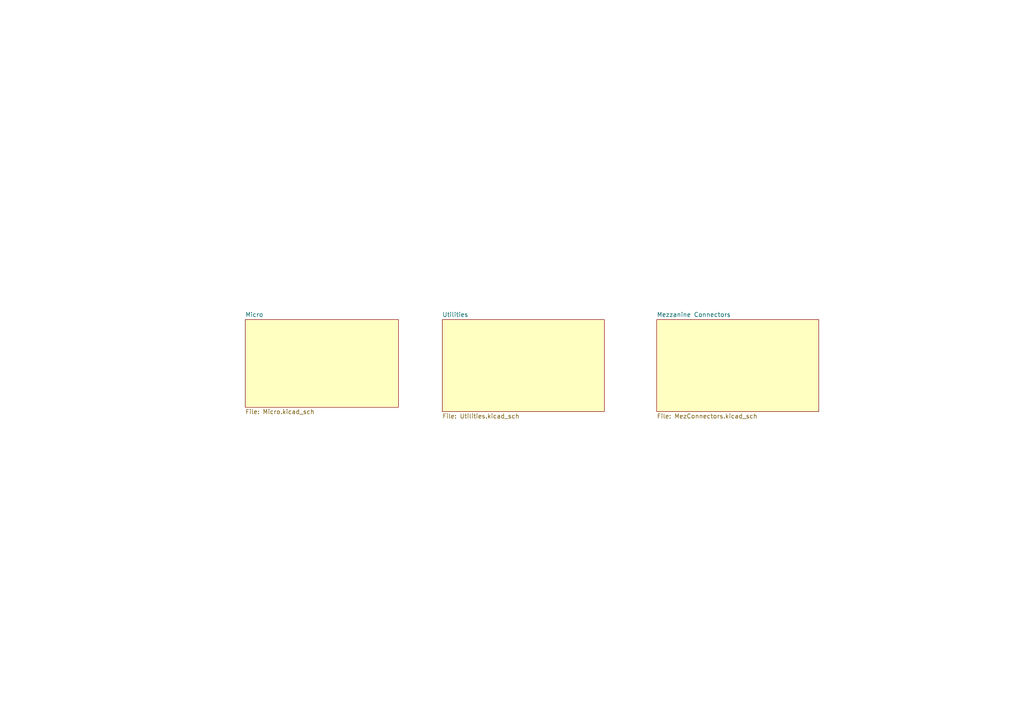
<source format=kicad_sch>
(kicad_sch
	(version 20250114)
	(generator "eeschema")
	(generator_version "9.0")
	(uuid "eca3dcc6-ad89-40f2-89af-537da912d12c")
	(paper "A4")
	(lib_symbols)
	(sheet
		(at 190.5 92.71)
		(size 46.99 26.67)
		(exclude_from_sim no)
		(in_bom yes)
		(on_board yes)
		(dnp no)
		(fields_autoplaced yes)
		(stroke
			(width 0.1524)
			(type solid)
		)
		(fill
			(color 255 255 194 1.0000)
		)
		(uuid "9a6b6c44-923c-43e1-a0f2-b51c853cbfb6")
		(property "Sheetname" "Mezzanine Connectors"
			(at 190.5 91.9984 0)
			(effects
				(font
					(size 1.27 1.27)
				)
				(justify left bottom)
			)
		)
		(property "Sheetfile" "MezConnectors.kicad_sch"
			(at 190.5 119.9646 0)
			(effects
				(font
					(size 1.27 1.27)
				)
				(justify left top)
			)
		)
		(instances
			(project "Vanilla Board v1"
				(path "/eca3dcc6-ad89-40f2-89af-537da912d12c"
					(page "2")
				)
			)
		)
	)
	(sheet
		(at 71.12 92.71)
		(size 44.45 25.4)
		(exclude_from_sim no)
		(in_bom yes)
		(on_board yes)
		(dnp no)
		(fields_autoplaced yes)
		(stroke
			(width 0.1524)
			(type solid)
		)
		(fill
			(color 255 255 194 1.0000)
		)
		(uuid "da39a848-6463-4fb7-92b6-c01b35b7354a")
		(property "Sheetname" "Micro"
			(at 71.12 91.9984 0)
			(effects
				(font
					(size 1.27 1.27)
				)
				(justify left bottom)
			)
		)
		(property "Sheetfile" "Micro.kicad_sch"
			(at 71.12 118.6946 0)
			(effects
				(font
					(size 1.27 1.27)
				)
				(justify left top)
			)
		)
		(instances
			(project "Vanilla Board v1"
				(path "/eca3dcc6-ad89-40f2-89af-537da912d12c"
					(page "4")
				)
			)
		)
	)
	(sheet
		(at 128.27 92.71)
		(size 46.99 26.67)
		(exclude_from_sim no)
		(in_bom yes)
		(on_board yes)
		(dnp no)
		(fields_autoplaced yes)
		(stroke
			(width 0.1524)
			(type solid)
		)
		(fill
			(color 255 255 194 1.0000)
		)
		(uuid "f72f2170-ba0c-4e92-8316-f1147c536ab2")
		(property "Sheetname" "Utilities"
			(at 128.27 91.9984 0)
			(effects
				(font
					(size 1.27 1.27)
				)
				(justify left bottom)
			)
		)
		(property "Sheetfile" "Utilities.kicad_sch"
			(at 128.27 119.9646 0)
			(effects
				(font
					(size 1.27 1.27)
				)
				(justify left top)
			)
		)
		(instances
			(project "Vanilla Board v1"
				(path "/eca3dcc6-ad89-40f2-89af-537da912d12c"
					(page "3")
				)
			)
		)
	)
	(sheet_instances
		(path "/"
			(page "1")
		)
	)
	(embedded_fonts no)
)

</source>
